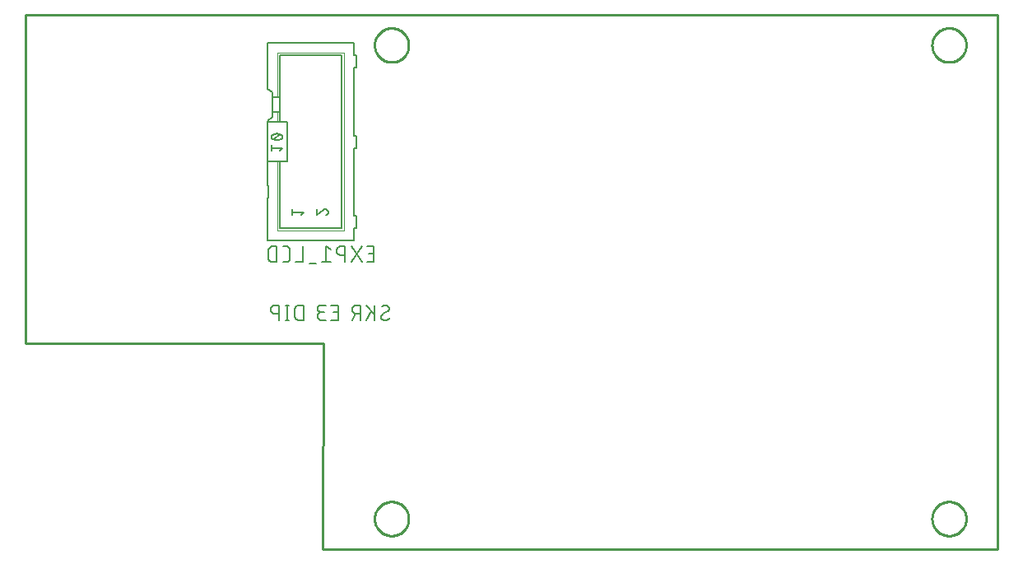
<source format=gbr>
G04 EAGLE Gerber RS-274X export*
G75*
%MOMM*%
%FSLAX34Y34*%
%LPD*%
%INSilkscreen Bottom*%
%IPPOS*%
%AMOC8*
5,1,8,0,0,1.08239X$1,22.5*%
G01*
%ADD10C,0.127000*%
%ADD11C,0.152400*%
%ADD12C,0.050800*%
%ADD13C,0.177800*%
%ADD14C,0.254000*%


D10*
X415757Y239078D02*
X415759Y238963D01*
X415765Y238848D01*
X415774Y238733D01*
X415788Y238619D01*
X415805Y238505D01*
X415826Y238392D01*
X415851Y238280D01*
X415879Y238168D01*
X415912Y238058D01*
X415948Y237949D01*
X415987Y237841D01*
X416030Y237734D01*
X416077Y237629D01*
X416127Y237525D01*
X416181Y237423D01*
X416238Y237323D01*
X416298Y237225D01*
X416361Y237129D01*
X416428Y237036D01*
X416498Y236944D01*
X416571Y236855D01*
X416646Y236768D01*
X416725Y236684D01*
X416806Y236603D01*
X416890Y236524D01*
X416977Y236449D01*
X417066Y236376D01*
X417158Y236306D01*
X417251Y236239D01*
X417347Y236176D01*
X417445Y236116D01*
X417545Y236059D01*
X417647Y236005D01*
X417751Y235955D01*
X417856Y235908D01*
X417963Y235865D01*
X418071Y235826D01*
X418180Y235790D01*
X418290Y235757D01*
X418402Y235729D01*
X418514Y235704D01*
X418627Y235683D01*
X418741Y235666D01*
X418855Y235652D01*
X418970Y235643D01*
X419085Y235637D01*
X419200Y235635D01*
X419374Y235637D01*
X419548Y235643D01*
X419722Y235654D01*
X419895Y235668D01*
X420068Y235687D01*
X420241Y235710D01*
X420413Y235737D01*
X420584Y235768D01*
X420754Y235803D01*
X420924Y235842D01*
X421092Y235885D01*
X421260Y235933D01*
X421426Y235984D01*
X421591Y236039D01*
X421755Y236098D01*
X421917Y236162D01*
X422078Y236228D01*
X422237Y236299D01*
X422394Y236374D01*
X422550Y236452D01*
X422703Y236534D01*
X422855Y236620D01*
X423004Y236709D01*
X423151Y236802D01*
X423296Y236898D01*
X423439Y236998D01*
X423579Y237101D01*
X423717Y237207D01*
X423852Y237317D01*
X423984Y237430D01*
X424114Y237546D01*
X424241Y237665D01*
X424365Y237787D01*
X423935Y247686D02*
X423933Y247801D01*
X423927Y247916D01*
X423918Y248031D01*
X423904Y248145D01*
X423887Y248259D01*
X423866Y248372D01*
X423841Y248484D01*
X423813Y248596D01*
X423780Y248706D01*
X423744Y248815D01*
X423705Y248923D01*
X423662Y249030D01*
X423615Y249135D01*
X423565Y249239D01*
X423511Y249341D01*
X423454Y249441D01*
X423394Y249539D01*
X423331Y249635D01*
X423264Y249728D01*
X423194Y249820D01*
X423121Y249909D01*
X423046Y249996D01*
X422967Y250080D01*
X422886Y250161D01*
X422802Y250240D01*
X422715Y250315D01*
X422626Y250388D01*
X422534Y250458D01*
X422441Y250525D01*
X422345Y250588D01*
X422247Y250648D01*
X422147Y250705D01*
X422045Y250759D01*
X421941Y250809D01*
X421836Y250856D01*
X421729Y250899D01*
X421621Y250938D01*
X421512Y250974D01*
X421402Y251007D01*
X421290Y251035D01*
X421178Y251060D01*
X421065Y251081D01*
X420951Y251098D01*
X420837Y251112D01*
X420722Y251121D01*
X420607Y251127D01*
X420492Y251129D01*
X420332Y251127D01*
X420173Y251121D01*
X420013Y251111D01*
X419854Y251097D01*
X419695Y251080D01*
X419537Y251058D01*
X419379Y251032D01*
X419222Y251003D01*
X419066Y250969D01*
X418910Y250932D01*
X418756Y250891D01*
X418603Y250846D01*
X418450Y250798D01*
X418299Y250745D01*
X418150Y250689D01*
X418002Y250629D01*
X417855Y250566D01*
X417710Y250499D01*
X417567Y250428D01*
X417425Y250354D01*
X417285Y250276D01*
X417148Y250195D01*
X417012Y250111D01*
X416879Y250023D01*
X416747Y249932D01*
X416618Y249838D01*
X422213Y244673D02*
X422313Y244734D01*
X422411Y244799D01*
X422507Y244866D01*
X422600Y244937D01*
X422691Y245011D01*
X422779Y245088D01*
X422865Y245168D01*
X422948Y245251D01*
X423028Y245336D01*
X423105Y245424D01*
X423179Y245515D01*
X423250Y245608D01*
X423319Y245703D01*
X423383Y245801D01*
X423445Y245900D01*
X423503Y246002D01*
X423558Y246106D01*
X423609Y246211D01*
X423656Y246318D01*
X423700Y246427D01*
X423741Y246537D01*
X423777Y246648D01*
X423810Y246760D01*
X423839Y246874D01*
X423865Y246988D01*
X423886Y247103D01*
X423904Y247219D01*
X423917Y247335D01*
X423927Y247452D01*
X423933Y247569D01*
X423935Y247686D01*
X417479Y242091D02*
X417379Y242030D01*
X417281Y241965D01*
X417185Y241898D01*
X417092Y241827D01*
X417001Y241753D01*
X416913Y241676D01*
X416827Y241596D01*
X416744Y241513D01*
X416664Y241428D01*
X416587Y241340D01*
X416513Y241249D01*
X416442Y241156D01*
X416374Y241061D01*
X416309Y240963D01*
X416247Y240864D01*
X416189Y240762D01*
X416134Y240658D01*
X416083Y240553D01*
X416036Y240446D01*
X415992Y240337D01*
X415951Y240227D01*
X415915Y240116D01*
X415882Y240004D01*
X415853Y239890D01*
X415827Y239776D01*
X415806Y239661D01*
X415788Y239545D01*
X415775Y239429D01*
X415765Y239312D01*
X415759Y239195D01*
X415757Y239078D01*
X417479Y242091D02*
X422213Y244673D01*
X409302Y251129D02*
X409302Y235635D01*
X409302Y241660D02*
X400695Y251129D01*
X405859Y245104D02*
X400695Y235635D01*
X394548Y235635D02*
X394548Y251129D01*
X390244Y251129D01*
X390114Y251127D01*
X389984Y251121D01*
X389854Y251111D01*
X389725Y251098D01*
X389596Y251080D01*
X389468Y251059D01*
X389341Y251033D01*
X389214Y251004D01*
X389088Y250971D01*
X388964Y250934D01*
X388840Y250894D01*
X388718Y250849D01*
X388597Y250801D01*
X388478Y250750D01*
X388360Y250695D01*
X388244Y250636D01*
X388130Y250574D01*
X388017Y250508D01*
X387907Y250439D01*
X387799Y250367D01*
X387693Y250292D01*
X387590Y250213D01*
X387489Y250131D01*
X387390Y250047D01*
X387294Y249959D01*
X387201Y249868D01*
X387110Y249775D01*
X387022Y249679D01*
X386938Y249580D01*
X386856Y249479D01*
X386777Y249376D01*
X386702Y249270D01*
X386630Y249162D01*
X386561Y249052D01*
X386495Y248939D01*
X386433Y248825D01*
X386374Y248709D01*
X386319Y248591D01*
X386268Y248472D01*
X386220Y248351D01*
X386175Y248229D01*
X386135Y248105D01*
X386098Y247981D01*
X386065Y247855D01*
X386036Y247728D01*
X386010Y247601D01*
X385989Y247473D01*
X385971Y247344D01*
X385958Y247215D01*
X385948Y247085D01*
X385942Y246955D01*
X385940Y246825D01*
X385942Y246695D01*
X385948Y246565D01*
X385958Y246435D01*
X385971Y246306D01*
X385989Y246177D01*
X386010Y246049D01*
X386036Y245922D01*
X386065Y245795D01*
X386098Y245669D01*
X386135Y245545D01*
X386175Y245421D01*
X386220Y245299D01*
X386268Y245178D01*
X386319Y245059D01*
X386374Y244941D01*
X386433Y244825D01*
X386495Y244711D01*
X386561Y244598D01*
X386630Y244488D01*
X386702Y244380D01*
X386777Y244274D01*
X386856Y244171D01*
X386938Y244070D01*
X387022Y243971D01*
X387110Y243875D01*
X387201Y243782D01*
X387294Y243691D01*
X387390Y243603D01*
X387489Y243519D01*
X387590Y243437D01*
X387693Y243358D01*
X387799Y243283D01*
X387907Y243211D01*
X388017Y243142D01*
X388130Y243076D01*
X388244Y243014D01*
X388360Y242955D01*
X388478Y242900D01*
X388597Y242849D01*
X388718Y242801D01*
X388840Y242756D01*
X388964Y242716D01*
X389088Y242679D01*
X389214Y242646D01*
X389341Y242617D01*
X389468Y242591D01*
X389596Y242570D01*
X389725Y242552D01*
X389854Y242539D01*
X389984Y242529D01*
X390114Y242523D01*
X390244Y242521D01*
X394548Y242521D01*
X389383Y242521D02*
X385940Y235635D01*
X371316Y235635D02*
X364430Y235635D01*
X371316Y235635D02*
X371316Y251129D01*
X364430Y251129D01*
X366152Y244243D02*
X371316Y244243D01*
X358956Y235635D02*
X354652Y235635D01*
X354522Y235637D01*
X354392Y235643D01*
X354262Y235653D01*
X354133Y235666D01*
X354004Y235684D01*
X353876Y235705D01*
X353749Y235731D01*
X353622Y235760D01*
X353496Y235793D01*
X353372Y235830D01*
X353248Y235870D01*
X353126Y235915D01*
X353005Y235963D01*
X352886Y236014D01*
X352768Y236069D01*
X352652Y236128D01*
X352538Y236190D01*
X352425Y236256D01*
X352315Y236325D01*
X352207Y236397D01*
X352101Y236472D01*
X351998Y236551D01*
X351897Y236633D01*
X351798Y236717D01*
X351702Y236805D01*
X351609Y236896D01*
X351518Y236989D01*
X351430Y237085D01*
X351346Y237184D01*
X351264Y237285D01*
X351185Y237388D01*
X351110Y237494D01*
X351038Y237602D01*
X350969Y237712D01*
X350903Y237825D01*
X350841Y237939D01*
X350782Y238055D01*
X350727Y238173D01*
X350676Y238292D01*
X350628Y238413D01*
X350583Y238535D01*
X350543Y238659D01*
X350506Y238783D01*
X350473Y238909D01*
X350444Y239036D01*
X350418Y239163D01*
X350397Y239291D01*
X350379Y239420D01*
X350366Y239549D01*
X350356Y239679D01*
X350350Y239809D01*
X350348Y239939D01*
X350350Y240069D01*
X350356Y240199D01*
X350366Y240329D01*
X350379Y240458D01*
X350397Y240587D01*
X350418Y240715D01*
X350444Y240842D01*
X350473Y240969D01*
X350506Y241095D01*
X350543Y241219D01*
X350583Y241343D01*
X350628Y241465D01*
X350676Y241586D01*
X350727Y241705D01*
X350782Y241823D01*
X350841Y241939D01*
X350903Y242053D01*
X350969Y242166D01*
X351038Y242276D01*
X351110Y242384D01*
X351185Y242490D01*
X351264Y242593D01*
X351346Y242694D01*
X351430Y242793D01*
X351518Y242889D01*
X351609Y242982D01*
X351702Y243073D01*
X351798Y243161D01*
X351897Y243245D01*
X351998Y243327D01*
X352101Y243406D01*
X352207Y243481D01*
X352315Y243553D01*
X352425Y243622D01*
X352538Y243688D01*
X352652Y243750D01*
X352768Y243809D01*
X352886Y243864D01*
X353005Y243915D01*
X353126Y243963D01*
X353248Y244008D01*
X353372Y244048D01*
X353496Y244085D01*
X353622Y244118D01*
X353749Y244147D01*
X353876Y244173D01*
X354004Y244194D01*
X354133Y244212D01*
X354262Y244225D01*
X354392Y244235D01*
X354522Y244241D01*
X354652Y244243D01*
X353791Y251129D02*
X358956Y251129D01*
X353791Y251129D02*
X353675Y251127D01*
X353559Y251121D01*
X353443Y251111D01*
X353327Y251098D01*
X353212Y251080D01*
X353098Y251059D01*
X352984Y251033D01*
X352872Y251004D01*
X352760Y250971D01*
X352650Y250934D01*
X352541Y250894D01*
X352433Y250850D01*
X352327Y250802D01*
X352223Y250751D01*
X352120Y250696D01*
X352019Y250638D01*
X351921Y250577D01*
X351824Y250512D01*
X351730Y250444D01*
X351638Y250373D01*
X351548Y250298D01*
X351461Y250221D01*
X351377Y250141D01*
X351296Y250058D01*
X351217Y249972D01*
X351141Y249884D01*
X351068Y249793D01*
X350999Y249700D01*
X350932Y249605D01*
X350869Y249507D01*
X350809Y249408D01*
X350753Y249306D01*
X350700Y249202D01*
X350650Y249097D01*
X350605Y248990D01*
X350562Y248882D01*
X350524Y248772D01*
X350489Y248661D01*
X350458Y248549D01*
X350431Y248436D01*
X350407Y248322D01*
X350388Y248207D01*
X350372Y248092D01*
X350360Y247976D01*
X350352Y247860D01*
X350348Y247744D01*
X350348Y247628D01*
X350352Y247512D01*
X350360Y247396D01*
X350372Y247280D01*
X350388Y247165D01*
X350407Y247050D01*
X350431Y246936D01*
X350458Y246823D01*
X350489Y246711D01*
X350524Y246600D01*
X350562Y246490D01*
X350605Y246382D01*
X350650Y246275D01*
X350700Y246170D01*
X350753Y246066D01*
X350809Y245965D01*
X350869Y245865D01*
X350932Y245767D01*
X350999Y245672D01*
X351068Y245579D01*
X351141Y245488D01*
X351217Y245400D01*
X351296Y245314D01*
X351377Y245231D01*
X351461Y245151D01*
X351548Y245074D01*
X351638Y244999D01*
X351730Y244928D01*
X351824Y244860D01*
X351921Y244795D01*
X352019Y244734D01*
X352120Y244676D01*
X352223Y244621D01*
X352327Y244570D01*
X352433Y244522D01*
X352541Y244478D01*
X352650Y244438D01*
X352760Y244401D01*
X352872Y244368D01*
X352984Y244339D01*
X353098Y244313D01*
X353212Y244292D01*
X353327Y244274D01*
X353443Y244261D01*
X353559Y244251D01*
X353675Y244245D01*
X353791Y244243D01*
X357234Y244243D01*
X335666Y251129D02*
X335666Y235635D01*
X335666Y251129D02*
X331362Y251129D01*
X331232Y251127D01*
X331102Y251121D01*
X330972Y251111D01*
X330843Y251098D01*
X330714Y251080D01*
X330586Y251059D01*
X330459Y251033D01*
X330332Y251004D01*
X330206Y250971D01*
X330082Y250934D01*
X329958Y250894D01*
X329836Y250849D01*
X329715Y250801D01*
X329596Y250750D01*
X329478Y250695D01*
X329362Y250636D01*
X329248Y250574D01*
X329135Y250508D01*
X329025Y250439D01*
X328917Y250367D01*
X328811Y250292D01*
X328708Y250213D01*
X328607Y250131D01*
X328508Y250047D01*
X328412Y249959D01*
X328319Y249868D01*
X328228Y249775D01*
X328140Y249679D01*
X328056Y249580D01*
X327974Y249479D01*
X327895Y249376D01*
X327820Y249270D01*
X327748Y249162D01*
X327679Y249052D01*
X327613Y248939D01*
X327551Y248825D01*
X327492Y248709D01*
X327437Y248591D01*
X327386Y248472D01*
X327338Y248351D01*
X327293Y248229D01*
X327253Y248105D01*
X327216Y247981D01*
X327183Y247855D01*
X327154Y247728D01*
X327128Y247601D01*
X327107Y247473D01*
X327089Y247344D01*
X327076Y247215D01*
X327066Y247085D01*
X327060Y246955D01*
X327058Y246825D01*
X327058Y239939D01*
X327060Y239809D01*
X327066Y239679D01*
X327076Y239549D01*
X327089Y239420D01*
X327107Y239291D01*
X327128Y239163D01*
X327154Y239036D01*
X327183Y238909D01*
X327216Y238783D01*
X327253Y238659D01*
X327293Y238535D01*
X327338Y238413D01*
X327386Y238292D01*
X327437Y238173D01*
X327492Y238055D01*
X327551Y237939D01*
X327613Y237825D01*
X327679Y237712D01*
X327748Y237602D01*
X327820Y237494D01*
X327895Y237388D01*
X327974Y237285D01*
X328056Y237184D01*
X328140Y237085D01*
X328228Y236989D01*
X328319Y236896D01*
X328412Y236805D01*
X328508Y236717D01*
X328607Y236633D01*
X328708Y236551D01*
X328811Y236472D01*
X328917Y236397D01*
X329025Y236325D01*
X329135Y236256D01*
X329248Y236190D01*
X329362Y236128D01*
X329478Y236069D01*
X329596Y236014D01*
X329715Y235963D01*
X329836Y235915D01*
X329958Y235870D01*
X330082Y235830D01*
X330206Y235793D01*
X330332Y235760D01*
X330459Y235731D01*
X330586Y235705D01*
X330714Y235684D01*
X330843Y235666D01*
X330972Y235653D01*
X331102Y235643D01*
X331232Y235637D01*
X331362Y235635D01*
X335666Y235635D01*
X318974Y235635D02*
X318974Y251129D01*
X320695Y235635D02*
X317252Y235635D01*
X317252Y251129D02*
X320695Y251129D01*
X310693Y251129D02*
X310693Y235635D01*
X310693Y251129D02*
X306389Y251129D01*
X306259Y251127D01*
X306129Y251121D01*
X305999Y251111D01*
X305870Y251098D01*
X305741Y251080D01*
X305613Y251059D01*
X305486Y251033D01*
X305359Y251004D01*
X305233Y250971D01*
X305109Y250934D01*
X304985Y250894D01*
X304863Y250849D01*
X304742Y250801D01*
X304623Y250750D01*
X304505Y250695D01*
X304389Y250636D01*
X304275Y250574D01*
X304162Y250508D01*
X304052Y250439D01*
X303944Y250367D01*
X303838Y250292D01*
X303735Y250213D01*
X303634Y250131D01*
X303535Y250047D01*
X303439Y249959D01*
X303346Y249868D01*
X303255Y249775D01*
X303167Y249679D01*
X303083Y249580D01*
X303001Y249479D01*
X302922Y249376D01*
X302847Y249270D01*
X302775Y249162D01*
X302706Y249052D01*
X302640Y248939D01*
X302578Y248825D01*
X302519Y248709D01*
X302464Y248591D01*
X302413Y248472D01*
X302365Y248351D01*
X302320Y248229D01*
X302280Y248105D01*
X302243Y247981D01*
X302210Y247855D01*
X302181Y247728D01*
X302155Y247601D01*
X302134Y247473D01*
X302116Y247344D01*
X302103Y247215D01*
X302093Y247085D01*
X302087Y246955D01*
X302085Y246825D01*
X302087Y246695D01*
X302093Y246565D01*
X302103Y246435D01*
X302116Y246306D01*
X302134Y246177D01*
X302155Y246049D01*
X302181Y245922D01*
X302210Y245795D01*
X302243Y245669D01*
X302280Y245545D01*
X302320Y245421D01*
X302365Y245299D01*
X302413Y245178D01*
X302464Y245059D01*
X302519Y244941D01*
X302578Y244825D01*
X302640Y244711D01*
X302706Y244598D01*
X302775Y244488D01*
X302847Y244380D01*
X302922Y244274D01*
X303001Y244171D01*
X303083Y244070D01*
X303167Y243971D01*
X303255Y243875D01*
X303346Y243782D01*
X303439Y243691D01*
X303535Y243603D01*
X303634Y243519D01*
X303735Y243437D01*
X303838Y243358D01*
X303944Y243283D01*
X304052Y243211D01*
X304162Y243142D01*
X304275Y243076D01*
X304389Y243014D01*
X304505Y242955D01*
X304623Y242900D01*
X304742Y242849D01*
X304863Y242801D01*
X304985Y242756D01*
X305109Y242716D01*
X305233Y242679D01*
X305359Y242646D01*
X305486Y242617D01*
X305613Y242591D01*
X305741Y242570D01*
X305870Y242552D01*
X305999Y242539D01*
X306129Y242529D01*
X306259Y242523D01*
X306389Y242521D01*
X310693Y242521D01*
D11*
X374650Y330200D02*
X374650Y508000D01*
X311150Y508000D01*
X311150Y330200D02*
X374650Y330200D01*
X387350Y330200D02*
X387350Y317500D01*
X298450Y473710D02*
X298450Y520700D01*
X387350Y520700D01*
X387350Y317500D02*
X298450Y317500D01*
X311150Y464820D02*
X311150Y508000D01*
X318770Y439420D02*
X318770Y398780D01*
X311150Y398780D01*
X311150Y330200D01*
X311150Y398780D02*
X308610Y398780D01*
X311150Y439420D02*
X318770Y439420D01*
X311150Y439420D02*
X308610Y439420D01*
X387350Y508000D02*
X389890Y508000D01*
X389890Y495300D01*
X387350Y495300D01*
X387350Y508000D02*
X387350Y520700D01*
X389890Y425450D02*
X389890Y412750D01*
X389890Y425450D02*
X387350Y425450D01*
X387350Y495300D01*
X387350Y412750D02*
X389890Y412750D01*
X389890Y342900D02*
X389890Y330200D01*
X387350Y330200D01*
X387350Y342900D02*
X389890Y342900D01*
X387350Y342900D02*
X387350Y412750D01*
X298450Y439420D02*
X298450Y440690D01*
X298450Y439420D02*
X298450Y398780D01*
X308610Y449580D02*
X311150Y449580D01*
X311150Y439420D01*
X311150Y464820D02*
X308610Y464820D01*
X311150Y464820D02*
X311150Y449580D01*
X303530Y444500D02*
X298450Y440690D01*
X303530Y469900D02*
X298450Y473710D01*
X303530Y469900D02*
X303530Y464820D01*
D12*
X308610Y449580D02*
X308610Y439420D01*
D11*
X298450Y439420D01*
D12*
X308610Y464820D02*
X308610Y510540D01*
X377190Y510540D01*
X377190Y327660D01*
X308610Y327660D01*
X308610Y398780D01*
D11*
X298450Y398780D01*
X303530Y449580D02*
X308610Y449580D01*
X303530Y449580D02*
X303530Y444500D01*
X303530Y464820D02*
X308610Y464820D01*
X303530Y464820D02*
X303530Y449580D01*
X298450Y398780D02*
X298450Y374650D01*
X299720Y374650D01*
X299720Y361950D01*
X298450Y361950D01*
X298450Y317500D01*
D10*
X311785Y409575D02*
X314325Y412750D01*
X302895Y412750D01*
X302895Y409575D02*
X302895Y415925D01*
X308610Y421005D02*
X308835Y421008D01*
X309060Y421016D01*
X309284Y421029D01*
X309508Y421048D01*
X309732Y421072D01*
X309955Y421101D01*
X310177Y421136D01*
X310398Y421176D01*
X310618Y421222D01*
X310837Y421272D01*
X311055Y421328D01*
X311272Y421389D01*
X311487Y421455D01*
X311700Y421526D01*
X311911Y421603D01*
X312121Y421684D01*
X312329Y421770D01*
X312534Y421861D01*
X312737Y421957D01*
X312738Y421957D02*
X312826Y421989D01*
X312913Y422025D01*
X312999Y422064D01*
X313083Y422107D01*
X313165Y422153D01*
X313245Y422202D01*
X313323Y422254D01*
X313399Y422310D01*
X313473Y422368D01*
X313544Y422430D01*
X313613Y422494D01*
X313679Y422561D01*
X313742Y422630D01*
X313803Y422702D01*
X313861Y422776D01*
X313915Y422853D01*
X313967Y422931D01*
X314015Y423012D01*
X314060Y423094D01*
X314102Y423179D01*
X314140Y423265D01*
X314175Y423352D01*
X314207Y423440D01*
X314234Y423530D01*
X314259Y423621D01*
X314279Y423713D01*
X314296Y423805D01*
X314309Y423899D01*
X314318Y423992D01*
X314324Y424086D01*
X314326Y424180D01*
X314324Y424274D01*
X314318Y424368D01*
X314309Y424461D01*
X314296Y424555D01*
X314279Y424647D01*
X314259Y424739D01*
X314234Y424830D01*
X314207Y424920D01*
X314175Y425008D01*
X314140Y425095D01*
X314102Y425181D01*
X314060Y425266D01*
X314015Y425348D01*
X313967Y425429D01*
X313915Y425507D01*
X313861Y425584D01*
X313803Y425658D01*
X313742Y425730D01*
X313679Y425799D01*
X313613Y425866D01*
X313544Y425930D01*
X313473Y425992D01*
X313399Y426050D01*
X313323Y426106D01*
X313245Y426158D01*
X313165Y426207D01*
X313083Y426253D01*
X312999Y426296D01*
X312913Y426335D01*
X312826Y426371D01*
X312738Y426403D01*
X312737Y426403D02*
X312534Y426499D01*
X312329Y426590D01*
X312121Y426676D01*
X311911Y426757D01*
X311700Y426834D01*
X311487Y426905D01*
X311272Y426971D01*
X311055Y427032D01*
X310837Y427088D01*
X310618Y427138D01*
X310398Y427184D01*
X310177Y427224D01*
X309955Y427259D01*
X309732Y427288D01*
X309508Y427312D01*
X309284Y427331D01*
X309060Y427344D01*
X308835Y427352D01*
X308610Y427355D01*
X308610Y421005D02*
X308385Y421008D01*
X308160Y421016D01*
X307936Y421029D01*
X307712Y421048D01*
X307488Y421072D01*
X307265Y421101D01*
X307043Y421136D01*
X306822Y421176D01*
X306602Y421222D01*
X306383Y421272D01*
X306165Y421328D01*
X305948Y421389D01*
X305733Y421455D01*
X305520Y421526D01*
X305309Y421603D01*
X305099Y421684D01*
X304891Y421770D01*
X304686Y421861D01*
X304483Y421957D01*
X304395Y421989D01*
X304308Y422025D01*
X304222Y422064D01*
X304138Y422107D01*
X304056Y422153D01*
X303976Y422202D01*
X303898Y422254D01*
X303822Y422310D01*
X303748Y422368D01*
X303677Y422430D01*
X303608Y422494D01*
X303542Y422561D01*
X303479Y422630D01*
X303418Y422702D01*
X303360Y422776D01*
X303306Y422853D01*
X303254Y422931D01*
X303206Y423012D01*
X303161Y423094D01*
X303119Y423179D01*
X303081Y423265D01*
X303046Y423352D01*
X303014Y423440D01*
X302987Y423530D01*
X302962Y423621D01*
X302942Y423713D01*
X302925Y423805D01*
X302912Y423899D01*
X302903Y423992D01*
X302897Y424086D01*
X302895Y424180D01*
X304483Y426403D02*
X304686Y426499D01*
X304891Y426590D01*
X305099Y426676D01*
X305309Y426757D01*
X305520Y426834D01*
X305733Y426905D01*
X305948Y426971D01*
X306165Y427032D01*
X306383Y427088D01*
X306602Y427138D01*
X306822Y427184D01*
X307043Y427224D01*
X307265Y427259D01*
X307488Y427288D01*
X307712Y427312D01*
X307936Y427331D01*
X308160Y427344D01*
X308385Y427352D01*
X308610Y427355D01*
X304483Y426403D02*
X304395Y426371D01*
X304308Y426335D01*
X304222Y426296D01*
X304138Y426253D01*
X304056Y426207D01*
X303976Y426158D01*
X303898Y426106D01*
X303822Y426050D01*
X303748Y425992D01*
X303677Y425930D01*
X303608Y425866D01*
X303542Y425799D01*
X303479Y425730D01*
X303418Y425658D01*
X303360Y425584D01*
X303306Y425507D01*
X303254Y425429D01*
X303206Y425348D01*
X303161Y425266D01*
X303119Y425181D01*
X303081Y425095D01*
X303046Y425008D01*
X303014Y424920D01*
X302987Y424830D01*
X302962Y424739D01*
X302942Y424647D01*
X302925Y424555D01*
X302912Y424461D01*
X302903Y424368D01*
X302897Y424274D01*
X302895Y424180D01*
X305435Y421640D02*
X311785Y426720D01*
X335915Y346710D02*
X333375Y343535D01*
X335915Y346710D02*
X324485Y346710D01*
X324485Y343535D02*
X324485Y349885D01*
X358458Y349886D02*
X358562Y349884D01*
X358667Y349878D01*
X358771Y349869D01*
X358874Y349856D01*
X358977Y349838D01*
X359079Y349818D01*
X359181Y349793D01*
X359281Y349765D01*
X359381Y349733D01*
X359479Y349697D01*
X359576Y349658D01*
X359671Y349616D01*
X359765Y349570D01*
X359857Y349520D01*
X359947Y349468D01*
X360035Y349412D01*
X360121Y349352D01*
X360205Y349290D01*
X360286Y349225D01*
X360365Y349157D01*
X360442Y349085D01*
X360515Y349012D01*
X360587Y348935D01*
X360655Y348856D01*
X360720Y348775D01*
X360782Y348691D01*
X360842Y348605D01*
X360898Y348517D01*
X360950Y348427D01*
X361000Y348335D01*
X361046Y348241D01*
X361088Y348146D01*
X361127Y348049D01*
X361163Y347951D01*
X361195Y347851D01*
X361223Y347751D01*
X361248Y347649D01*
X361268Y347547D01*
X361286Y347444D01*
X361299Y347341D01*
X361308Y347237D01*
X361314Y347132D01*
X361316Y347028D01*
X361315Y347028D02*
X361313Y346910D01*
X361307Y346791D01*
X361298Y346673D01*
X361285Y346556D01*
X361267Y346439D01*
X361247Y346322D01*
X361222Y346206D01*
X361194Y346091D01*
X361161Y345978D01*
X361126Y345865D01*
X361086Y345753D01*
X361044Y345643D01*
X360997Y345534D01*
X360947Y345426D01*
X360894Y345321D01*
X360837Y345217D01*
X360777Y345115D01*
X360714Y345015D01*
X360647Y344917D01*
X360578Y344821D01*
X360505Y344728D01*
X360429Y344637D01*
X360351Y344548D01*
X360269Y344462D01*
X360185Y344379D01*
X360099Y344298D01*
X360009Y344221D01*
X359918Y344146D01*
X359824Y344074D01*
X359727Y344005D01*
X359629Y343940D01*
X359528Y343877D01*
X359425Y343818D01*
X359321Y343762D01*
X359215Y343710D01*
X359107Y343661D01*
X358998Y343616D01*
X358887Y343574D01*
X358775Y343536D01*
X356236Y348933D02*
X356311Y349009D01*
X356390Y349084D01*
X356471Y349155D01*
X356555Y349224D01*
X356641Y349289D01*
X356729Y349351D01*
X356819Y349411D01*
X356911Y349467D01*
X357006Y349520D01*
X357102Y349569D01*
X357200Y349615D01*
X357299Y349658D01*
X357400Y349697D01*
X357502Y349732D01*
X357605Y349764D01*
X357709Y349792D01*
X357814Y349817D01*
X357921Y349838D01*
X358027Y349855D01*
X358134Y349868D01*
X358242Y349877D01*
X358350Y349883D01*
X358458Y349885D01*
X356235Y348933D02*
X349885Y343535D01*
X349885Y349885D01*
D13*
X400853Y295609D02*
X407965Y295609D01*
X407965Y311611D01*
X400853Y311611D01*
X402631Y304499D02*
X407965Y304499D01*
X395861Y295609D02*
X385193Y311611D01*
X395861Y311611D02*
X385193Y295609D01*
X378587Y295609D02*
X378587Y311611D01*
X374142Y311611D01*
X374010Y311609D01*
X373879Y311603D01*
X373747Y311593D01*
X373616Y311580D01*
X373486Y311562D01*
X373356Y311541D01*
X373226Y311516D01*
X373098Y311487D01*
X372970Y311454D01*
X372844Y311417D01*
X372718Y311377D01*
X372594Y311333D01*
X372471Y311285D01*
X372350Y311234D01*
X372230Y311179D01*
X372112Y311121D01*
X371996Y311059D01*
X371882Y310993D01*
X371769Y310925D01*
X371659Y310853D01*
X371551Y310778D01*
X371445Y310699D01*
X371341Y310618D01*
X371240Y310533D01*
X371142Y310446D01*
X371046Y310355D01*
X370953Y310262D01*
X370862Y310166D01*
X370775Y310068D01*
X370690Y309967D01*
X370609Y309863D01*
X370530Y309757D01*
X370455Y309649D01*
X370383Y309539D01*
X370315Y309426D01*
X370249Y309312D01*
X370187Y309196D01*
X370129Y309078D01*
X370074Y308958D01*
X370023Y308837D01*
X369975Y308714D01*
X369931Y308590D01*
X369891Y308464D01*
X369854Y308338D01*
X369821Y308210D01*
X369792Y308082D01*
X369767Y307952D01*
X369746Y307822D01*
X369728Y307692D01*
X369715Y307561D01*
X369705Y307429D01*
X369699Y307298D01*
X369697Y307166D01*
X369699Y307034D01*
X369705Y306903D01*
X369715Y306771D01*
X369728Y306640D01*
X369746Y306510D01*
X369767Y306380D01*
X369792Y306250D01*
X369821Y306122D01*
X369854Y305994D01*
X369891Y305868D01*
X369931Y305742D01*
X369975Y305618D01*
X370023Y305495D01*
X370074Y305374D01*
X370129Y305254D01*
X370187Y305136D01*
X370249Y305020D01*
X370315Y304906D01*
X370383Y304793D01*
X370455Y304683D01*
X370530Y304575D01*
X370609Y304469D01*
X370690Y304365D01*
X370775Y304264D01*
X370862Y304166D01*
X370953Y304070D01*
X371046Y303977D01*
X371142Y303886D01*
X371240Y303799D01*
X371341Y303714D01*
X371445Y303633D01*
X371551Y303554D01*
X371659Y303479D01*
X371769Y303407D01*
X371882Y303339D01*
X371996Y303273D01*
X372112Y303211D01*
X372230Y303153D01*
X372350Y303098D01*
X372471Y303047D01*
X372594Y302999D01*
X372718Y302955D01*
X372844Y302915D01*
X372970Y302878D01*
X373098Y302845D01*
X373226Y302816D01*
X373356Y302791D01*
X373486Y302770D01*
X373616Y302752D01*
X373747Y302739D01*
X373879Y302729D01*
X374010Y302723D01*
X374142Y302721D01*
X378587Y302721D01*
X363709Y308055D02*
X359264Y311611D01*
X359264Y295609D01*
X363709Y295609D02*
X354819Y295609D01*
X348752Y293831D02*
X341640Y293831D01*
X335019Y295609D02*
X335019Y311611D01*
X335019Y295609D02*
X327907Y295609D01*
X318514Y295609D02*
X314958Y295609D01*
X318514Y295609D02*
X318630Y295611D01*
X318747Y295617D01*
X318863Y295626D01*
X318978Y295639D01*
X319093Y295656D01*
X319208Y295677D01*
X319321Y295702D01*
X319434Y295730D01*
X319546Y295762D01*
X319657Y295798D01*
X319767Y295837D01*
X319875Y295880D01*
X319982Y295926D01*
X320087Y295976D01*
X320190Y296029D01*
X320292Y296085D01*
X320392Y296145D01*
X320490Y296208D01*
X320585Y296275D01*
X320679Y296344D01*
X320770Y296416D01*
X320859Y296491D01*
X320945Y296570D01*
X321028Y296651D01*
X321109Y296734D01*
X321188Y296820D01*
X321263Y296909D01*
X321335Y297000D01*
X321404Y297094D01*
X321471Y297189D01*
X321534Y297287D01*
X321594Y297387D01*
X321650Y297489D01*
X321703Y297592D01*
X321753Y297697D01*
X321799Y297804D01*
X321842Y297912D01*
X321881Y298022D01*
X321917Y298133D01*
X321949Y298245D01*
X321977Y298358D01*
X322002Y298471D01*
X322023Y298586D01*
X322040Y298701D01*
X322053Y298816D01*
X322062Y298932D01*
X322068Y299049D01*
X322070Y299165D01*
X322070Y308055D01*
X322068Y308171D01*
X322062Y308288D01*
X322053Y308404D01*
X322040Y308519D01*
X322023Y308634D01*
X322002Y308749D01*
X321977Y308862D01*
X321949Y308975D01*
X321917Y309087D01*
X321881Y309198D01*
X321842Y309308D01*
X321799Y309416D01*
X321753Y309523D01*
X321703Y309628D01*
X321650Y309731D01*
X321594Y309833D01*
X321534Y309933D01*
X321471Y310031D01*
X321404Y310126D01*
X321335Y310220D01*
X321263Y310311D01*
X321188Y310400D01*
X321109Y310486D01*
X321028Y310569D01*
X320945Y310650D01*
X320859Y310729D01*
X320770Y310804D01*
X320679Y310876D01*
X320585Y310945D01*
X320490Y311012D01*
X320392Y311075D01*
X320292Y311135D01*
X320190Y311191D01*
X320087Y311244D01*
X319982Y311294D01*
X319875Y311340D01*
X319767Y311383D01*
X319657Y311422D01*
X319546Y311458D01*
X319434Y311490D01*
X319321Y311518D01*
X319208Y311543D01*
X319093Y311564D01*
X318978Y311581D01*
X318863Y311594D01*
X318747Y311603D01*
X318630Y311609D01*
X318514Y311611D01*
X314958Y311611D01*
X308479Y311611D02*
X308479Y295609D01*
X308479Y311611D02*
X304034Y311611D01*
X303902Y311609D01*
X303771Y311603D01*
X303639Y311593D01*
X303508Y311580D01*
X303378Y311562D01*
X303248Y311541D01*
X303118Y311516D01*
X302990Y311487D01*
X302862Y311454D01*
X302736Y311417D01*
X302610Y311377D01*
X302486Y311333D01*
X302363Y311285D01*
X302242Y311234D01*
X302122Y311179D01*
X302004Y311121D01*
X301888Y311059D01*
X301774Y310993D01*
X301661Y310925D01*
X301551Y310853D01*
X301443Y310778D01*
X301337Y310699D01*
X301233Y310618D01*
X301132Y310533D01*
X301034Y310446D01*
X300938Y310355D01*
X300845Y310262D01*
X300754Y310166D01*
X300667Y310068D01*
X300582Y309967D01*
X300501Y309863D01*
X300422Y309757D01*
X300347Y309649D01*
X300275Y309539D01*
X300207Y309426D01*
X300141Y309312D01*
X300079Y309196D01*
X300021Y309078D01*
X299966Y308958D01*
X299915Y308837D01*
X299867Y308714D01*
X299823Y308590D01*
X299783Y308464D01*
X299746Y308338D01*
X299713Y308210D01*
X299684Y308082D01*
X299659Y307952D01*
X299638Y307822D01*
X299620Y307692D01*
X299607Y307561D01*
X299597Y307429D01*
X299591Y307298D01*
X299589Y307166D01*
X299589Y300054D01*
X299591Y299922D01*
X299597Y299791D01*
X299607Y299659D01*
X299620Y299528D01*
X299638Y299398D01*
X299659Y299268D01*
X299684Y299138D01*
X299713Y299010D01*
X299746Y298882D01*
X299783Y298756D01*
X299823Y298630D01*
X299867Y298506D01*
X299915Y298383D01*
X299966Y298262D01*
X300021Y298142D01*
X300079Y298024D01*
X300141Y297908D01*
X300207Y297794D01*
X300275Y297681D01*
X300347Y297571D01*
X300422Y297463D01*
X300501Y297357D01*
X300582Y297253D01*
X300667Y297152D01*
X300754Y297054D01*
X300845Y296958D01*
X300938Y296865D01*
X301034Y296774D01*
X301132Y296687D01*
X301233Y296602D01*
X301337Y296521D01*
X301443Y296442D01*
X301551Y296367D01*
X301661Y296295D01*
X301774Y296227D01*
X301888Y296161D01*
X302004Y296099D01*
X302122Y296041D01*
X302242Y295986D01*
X302363Y295935D01*
X302486Y295887D01*
X302610Y295843D01*
X302736Y295803D01*
X302862Y295766D01*
X302990Y295733D01*
X303118Y295704D01*
X303248Y295679D01*
X303378Y295658D01*
X303508Y295640D01*
X303639Y295627D01*
X303771Y295617D01*
X303902Y295611D01*
X304034Y295609D01*
X308479Y295609D01*
D14*
X50000Y212000D02*
X356000Y212000D01*
X355600Y0D01*
X1050000Y0D01*
X1050000Y550000D01*
X50000Y550000D01*
X50000Y212000D01*
X444000Y517927D02*
X443925Y516784D01*
X443776Y515648D01*
X443552Y514524D01*
X443255Y513417D01*
X442887Y512332D01*
X442449Y511274D01*
X441942Y510246D01*
X441369Y509254D01*
X440732Y508301D01*
X440035Y507392D01*
X439279Y506531D01*
X438469Y505721D01*
X437608Y504965D01*
X436699Y504268D01*
X435746Y503631D01*
X434754Y503058D01*
X433726Y502551D01*
X432668Y502113D01*
X431583Y501745D01*
X430476Y501448D01*
X429352Y501225D01*
X428216Y501075D01*
X427073Y501000D01*
X425927Y501000D01*
X424784Y501075D01*
X423648Y501225D01*
X422524Y501448D01*
X421417Y501745D01*
X420332Y502113D01*
X419274Y502551D01*
X418246Y503058D01*
X417254Y503631D01*
X416301Y504268D01*
X415392Y504965D01*
X414531Y505721D01*
X413721Y506531D01*
X412965Y507392D01*
X412268Y508301D01*
X411631Y509254D01*
X411058Y510246D01*
X410551Y511274D01*
X410113Y512332D01*
X409745Y513417D01*
X409448Y514524D01*
X409225Y515648D01*
X409075Y516784D01*
X409000Y517927D01*
X409000Y519073D01*
X409075Y520216D01*
X409225Y521352D01*
X409448Y522476D01*
X409745Y523583D01*
X410113Y524668D01*
X410551Y525726D01*
X411058Y526754D01*
X411631Y527746D01*
X412268Y528699D01*
X412965Y529608D01*
X413721Y530469D01*
X414531Y531279D01*
X415392Y532035D01*
X416301Y532732D01*
X417254Y533369D01*
X418246Y533942D01*
X419274Y534449D01*
X420332Y534887D01*
X421417Y535255D01*
X422524Y535552D01*
X423648Y535776D01*
X424784Y535925D01*
X425927Y536000D01*
X427073Y536000D01*
X428216Y535925D01*
X429352Y535776D01*
X430476Y535552D01*
X431583Y535255D01*
X432668Y534887D01*
X433726Y534449D01*
X434754Y533942D01*
X435746Y533369D01*
X436699Y532732D01*
X437608Y532035D01*
X438469Y531279D01*
X439279Y530469D01*
X440035Y529608D01*
X440732Y528699D01*
X441369Y527746D01*
X441942Y526754D01*
X442449Y525726D01*
X442887Y524668D01*
X443255Y523583D01*
X443552Y522476D01*
X443776Y521352D01*
X443925Y520216D01*
X444000Y519073D01*
X444000Y517927D01*
X444000Y30927D02*
X443925Y29784D01*
X443776Y28648D01*
X443552Y27524D01*
X443255Y26417D01*
X442887Y25332D01*
X442449Y24274D01*
X441942Y23246D01*
X441369Y22254D01*
X440732Y21301D01*
X440035Y20392D01*
X439279Y19531D01*
X438469Y18721D01*
X437608Y17965D01*
X436699Y17268D01*
X435746Y16631D01*
X434754Y16058D01*
X433726Y15551D01*
X432668Y15113D01*
X431583Y14745D01*
X430476Y14448D01*
X429352Y14225D01*
X428216Y14075D01*
X427073Y14000D01*
X425927Y14000D01*
X424784Y14075D01*
X423648Y14225D01*
X422524Y14448D01*
X421417Y14745D01*
X420332Y15113D01*
X419274Y15551D01*
X418246Y16058D01*
X417254Y16631D01*
X416301Y17268D01*
X415392Y17965D01*
X414531Y18721D01*
X413721Y19531D01*
X412965Y20392D01*
X412268Y21301D01*
X411631Y22254D01*
X411058Y23246D01*
X410551Y24274D01*
X410113Y25332D01*
X409745Y26417D01*
X409448Y27524D01*
X409225Y28648D01*
X409075Y29784D01*
X409000Y30927D01*
X409000Y32073D01*
X409075Y33216D01*
X409225Y34352D01*
X409448Y35476D01*
X409745Y36583D01*
X410113Y37668D01*
X410551Y38726D01*
X411058Y39754D01*
X411631Y40746D01*
X412268Y41699D01*
X412965Y42608D01*
X413721Y43469D01*
X414531Y44279D01*
X415392Y45035D01*
X416301Y45732D01*
X417254Y46369D01*
X418246Y46942D01*
X419274Y47449D01*
X420332Y47887D01*
X421417Y48255D01*
X422524Y48552D01*
X423648Y48776D01*
X424784Y48925D01*
X425927Y49000D01*
X427073Y49000D01*
X428216Y48925D01*
X429352Y48776D01*
X430476Y48552D01*
X431583Y48255D01*
X432668Y47887D01*
X433726Y47449D01*
X434754Y46942D01*
X435746Y46369D01*
X436699Y45732D01*
X437608Y45035D01*
X438469Y44279D01*
X439279Y43469D01*
X440035Y42608D01*
X440732Y41699D01*
X441369Y40746D01*
X441942Y39754D01*
X442449Y38726D01*
X442887Y37668D01*
X443255Y36583D01*
X443552Y35476D01*
X443776Y34352D01*
X443925Y33216D01*
X444000Y32073D01*
X444000Y30927D01*
X1017500Y30927D02*
X1017425Y29784D01*
X1017276Y28648D01*
X1017052Y27524D01*
X1016755Y26417D01*
X1016387Y25332D01*
X1015949Y24274D01*
X1015442Y23246D01*
X1014869Y22254D01*
X1014232Y21301D01*
X1013535Y20392D01*
X1012779Y19531D01*
X1011969Y18721D01*
X1011108Y17965D01*
X1010199Y17268D01*
X1009246Y16631D01*
X1008254Y16058D01*
X1007226Y15551D01*
X1006168Y15113D01*
X1005083Y14745D01*
X1003976Y14448D01*
X1002852Y14225D01*
X1001716Y14075D01*
X1000573Y14000D01*
X999427Y14000D01*
X998284Y14075D01*
X997148Y14225D01*
X996024Y14448D01*
X994917Y14745D01*
X993832Y15113D01*
X992774Y15551D01*
X991746Y16058D01*
X990754Y16631D01*
X989801Y17268D01*
X988892Y17965D01*
X988031Y18721D01*
X987221Y19531D01*
X986465Y20392D01*
X985768Y21301D01*
X985131Y22254D01*
X984558Y23246D01*
X984051Y24274D01*
X983613Y25332D01*
X983245Y26417D01*
X982948Y27524D01*
X982725Y28648D01*
X982575Y29784D01*
X982500Y30927D01*
X982500Y32073D01*
X982575Y33216D01*
X982725Y34352D01*
X982948Y35476D01*
X983245Y36583D01*
X983613Y37668D01*
X984051Y38726D01*
X984558Y39754D01*
X985131Y40746D01*
X985768Y41699D01*
X986465Y42608D01*
X987221Y43469D01*
X988031Y44279D01*
X988892Y45035D01*
X989801Y45732D01*
X990754Y46369D01*
X991746Y46942D01*
X992774Y47449D01*
X993832Y47887D01*
X994917Y48255D01*
X996024Y48552D01*
X997148Y48776D01*
X998284Y48925D01*
X999427Y49000D01*
X1000573Y49000D01*
X1001716Y48925D01*
X1002852Y48776D01*
X1003976Y48552D01*
X1005083Y48255D01*
X1006168Y47887D01*
X1007226Y47449D01*
X1008254Y46942D01*
X1009246Y46369D01*
X1010199Y45732D01*
X1011108Y45035D01*
X1011969Y44279D01*
X1012779Y43469D01*
X1013535Y42608D01*
X1014232Y41699D01*
X1014869Y40746D01*
X1015442Y39754D01*
X1015949Y38726D01*
X1016387Y37668D01*
X1016755Y36583D01*
X1017052Y35476D01*
X1017276Y34352D01*
X1017425Y33216D01*
X1017500Y32073D01*
X1017500Y30927D01*
X1017500Y517927D02*
X1017425Y516784D01*
X1017276Y515648D01*
X1017052Y514524D01*
X1016755Y513417D01*
X1016387Y512332D01*
X1015949Y511274D01*
X1015442Y510246D01*
X1014869Y509254D01*
X1014232Y508301D01*
X1013535Y507392D01*
X1012779Y506531D01*
X1011969Y505721D01*
X1011108Y504965D01*
X1010199Y504268D01*
X1009246Y503631D01*
X1008254Y503058D01*
X1007226Y502551D01*
X1006168Y502113D01*
X1005083Y501745D01*
X1003976Y501448D01*
X1002852Y501225D01*
X1001716Y501075D01*
X1000573Y501000D01*
X999427Y501000D01*
X998284Y501075D01*
X997148Y501225D01*
X996024Y501448D01*
X994917Y501745D01*
X993832Y502113D01*
X992774Y502551D01*
X991746Y503058D01*
X990754Y503631D01*
X989801Y504268D01*
X988892Y504965D01*
X988031Y505721D01*
X987221Y506531D01*
X986465Y507392D01*
X985768Y508301D01*
X985131Y509254D01*
X984558Y510246D01*
X984051Y511274D01*
X983613Y512332D01*
X983245Y513417D01*
X982948Y514524D01*
X982725Y515648D01*
X982575Y516784D01*
X982500Y517927D01*
X982500Y519073D01*
X982575Y520216D01*
X982725Y521352D01*
X982948Y522476D01*
X983245Y523583D01*
X983613Y524668D01*
X984051Y525726D01*
X984558Y526754D01*
X985131Y527746D01*
X985768Y528699D01*
X986465Y529608D01*
X987221Y530469D01*
X988031Y531279D01*
X988892Y532035D01*
X989801Y532732D01*
X990754Y533369D01*
X991746Y533942D01*
X992774Y534449D01*
X993832Y534887D01*
X994917Y535255D01*
X996024Y535552D01*
X997148Y535776D01*
X998284Y535925D01*
X999427Y536000D01*
X1000573Y536000D01*
X1001716Y535925D01*
X1002852Y535776D01*
X1003976Y535552D01*
X1005083Y535255D01*
X1006168Y534887D01*
X1007226Y534449D01*
X1008254Y533942D01*
X1009246Y533369D01*
X1010199Y532732D01*
X1011108Y532035D01*
X1011969Y531279D01*
X1012779Y530469D01*
X1013535Y529608D01*
X1014232Y528699D01*
X1014869Y527746D01*
X1015442Y526754D01*
X1015949Y525726D01*
X1016387Y524668D01*
X1016755Y523583D01*
X1017052Y522476D01*
X1017276Y521352D01*
X1017425Y520216D01*
X1017500Y519073D01*
X1017500Y517927D01*
M02*

</source>
